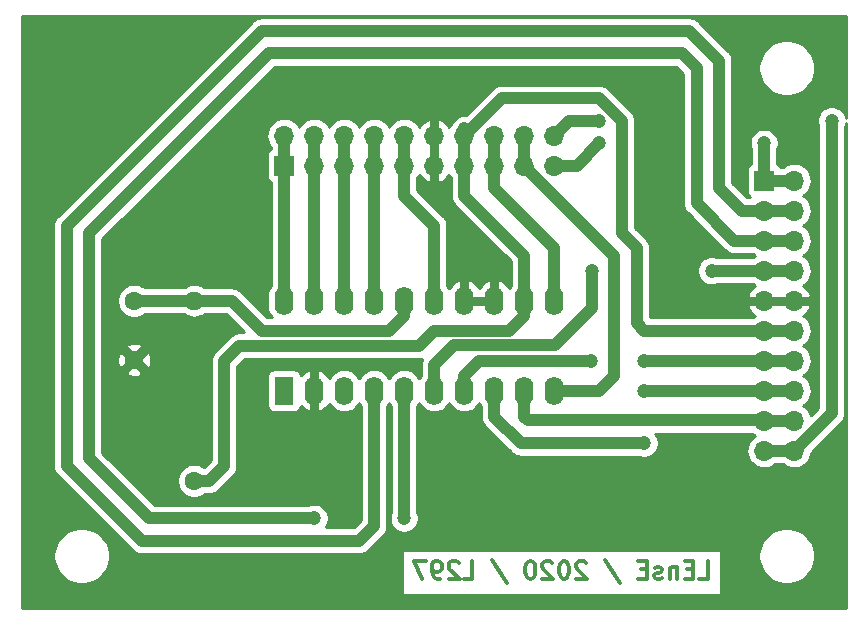
<source format=gbr>
%TF.GenerationSoftware,KiCad,Pcbnew,5.0.2-bee76a0~70~ubuntu18.04.1*%
%TF.CreationDate,2020-11-23T14:52:47+01:00*%
%TF.ProjectId,Carte_L298,43617274-655f-44c3-9239-382e6b696361,rev?*%
%TF.SameCoordinates,Original*%
%TF.FileFunction,Copper,L2,Bot*%
%TF.FilePolarity,Positive*%
%FSLAX46Y46*%
G04 Gerber Fmt 4.6, Leading zero omitted, Abs format (unit mm)*
G04 Created by KiCad (PCBNEW 5.0.2-bee76a0~70~ubuntu18.04.1) date lun. 23 nov. 2020 14:52:47 CET*
%MOMM*%
%LPD*%
G01*
G04 APERTURE LIST*
%TA.AperFunction,NonConductor*%
%ADD10C,0.300000*%
%TD*%
%TA.AperFunction,ComponentPad*%
%ADD11C,1.600000*%
%TD*%
%TA.AperFunction,ComponentPad*%
%ADD12O,1.600000X1.600000*%
%TD*%
%TA.AperFunction,ComponentPad*%
%ADD13R,1.700000X1.700000*%
%TD*%
%TA.AperFunction,ComponentPad*%
%ADD14O,1.700000X1.700000*%
%TD*%
%TA.AperFunction,ComponentPad*%
%ADD15R,1.600000X2.400000*%
%TD*%
%TA.AperFunction,ComponentPad*%
%ADD16O,1.600000X2.400000*%
%TD*%
%TA.AperFunction,ViaPad*%
%ADD17C,1.200000*%
%TD*%
%TA.AperFunction,Conductor*%
%ADD18C,1.000000*%
%TD*%
%TA.AperFunction,Conductor*%
%ADD19C,0.254000*%
%TD*%
G04 APERTURE END LIST*
D10*
X120862857Y-101643571D02*
X121577142Y-101643571D01*
X121577142Y-100143571D01*
X120362857Y-100857857D02*
X119862857Y-100857857D01*
X119648571Y-101643571D02*
X120362857Y-101643571D01*
X120362857Y-100143571D01*
X119648571Y-100143571D01*
X119005714Y-100643571D02*
X119005714Y-101643571D01*
X119005714Y-100786428D02*
X118934285Y-100715000D01*
X118791428Y-100643571D01*
X118577142Y-100643571D01*
X118434285Y-100715000D01*
X118362857Y-100857857D01*
X118362857Y-101643571D01*
X117720000Y-101572142D02*
X117577142Y-101643571D01*
X117291428Y-101643571D01*
X117148571Y-101572142D01*
X117077142Y-101429285D01*
X117077142Y-101357857D01*
X117148571Y-101215000D01*
X117291428Y-101143571D01*
X117505714Y-101143571D01*
X117648571Y-101072142D01*
X117720000Y-100929285D01*
X117720000Y-100857857D01*
X117648571Y-100715000D01*
X117505714Y-100643571D01*
X117291428Y-100643571D01*
X117148571Y-100715000D01*
X116434285Y-100857857D02*
X115934285Y-100857857D01*
X115720000Y-101643571D02*
X116434285Y-101643571D01*
X116434285Y-100143571D01*
X115720000Y-100143571D01*
X112862857Y-100072142D02*
X114148571Y-102000714D01*
X111291428Y-100286428D02*
X111220000Y-100215000D01*
X111077142Y-100143571D01*
X110720000Y-100143571D01*
X110577142Y-100215000D01*
X110505714Y-100286428D01*
X110434285Y-100429285D01*
X110434285Y-100572142D01*
X110505714Y-100786428D01*
X111362857Y-101643571D01*
X110434285Y-101643571D01*
X109505714Y-100143571D02*
X109362857Y-100143571D01*
X109220000Y-100215000D01*
X109148571Y-100286428D01*
X109077142Y-100429285D01*
X109005714Y-100715000D01*
X109005714Y-101072142D01*
X109077142Y-101357857D01*
X109148571Y-101500714D01*
X109220000Y-101572142D01*
X109362857Y-101643571D01*
X109505714Y-101643571D01*
X109648571Y-101572142D01*
X109720000Y-101500714D01*
X109791428Y-101357857D01*
X109862857Y-101072142D01*
X109862857Y-100715000D01*
X109791428Y-100429285D01*
X109720000Y-100286428D01*
X109648571Y-100215000D01*
X109505714Y-100143571D01*
X108434285Y-100286428D02*
X108362857Y-100215000D01*
X108220000Y-100143571D01*
X107862857Y-100143571D01*
X107720000Y-100215000D01*
X107648571Y-100286428D01*
X107577142Y-100429285D01*
X107577142Y-100572142D01*
X107648571Y-100786428D01*
X108505714Y-101643571D01*
X107577142Y-101643571D01*
X106648571Y-100143571D02*
X106505714Y-100143571D01*
X106362857Y-100215000D01*
X106291428Y-100286428D01*
X106220000Y-100429285D01*
X106148571Y-100715000D01*
X106148571Y-101072142D01*
X106220000Y-101357857D01*
X106291428Y-101500714D01*
X106362857Y-101572142D01*
X106505714Y-101643571D01*
X106648571Y-101643571D01*
X106791428Y-101572142D01*
X106862857Y-101500714D01*
X106934285Y-101357857D01*
X107005714Y-101072142D01*
X107005714Y-100715000D01*
X106934285Y-100429285D01*
X106862857Y-100286428D01*
X106791428Y-100215000D01*
X106648571Y-100143571D01*
X103291428Y-100072142D02*
X104577142Y-102000714D01*
X100934285Y-101643571D02*
X101648571Y-101643571D01*
X101648571Y-100143571D01*
X100505714Y-100286428D02*
X100434285Y-100215000D01*
X100291428Y-100143571D01*
X99934285Y-100143571D01*
X99791428Y-100215000D01*
X99720000Y-100286428D01*
X99648571Y-100429285D01*
X99648571Y-100572142D01*
X99720000Y-100786428D01*
X100577142Y-101643571D01*
X99648571Y-101643571D01*
X98934285Y-101643571D02*
X98648571Y-101643571D01*
X98505714Y-101572142D01*
X98434285Y-101500714D01*
X98291428Y-101286428D01*
X98220000Y-101000714D01*
X98220000Y-100429285D01*
X98291428Y-100286428D01*
X98362857Y-100215000D01*
X98505714Y-100143571D01*
X98791428Y-100143571D01*
X98934285Y-100215000D01*
X99005714Y-100286428D01*
X99077142Y-100429285D01*
X99077142Y-100786428D01*
X99005714Y-100929285D01*
X98934285Y-101000714D01*
X98791428Y-101072142D01*
X98505714Y-101072142D01*
X98362857Y-101000714D01*
X98291428Y-100929285D01*
X98220000Y-100786428D01*
X97720000Y-100143571D02*
X96720000Y-100143571D01*
X97362857Y-101643571D01*
D11*
%TO.P,R3,1*%
%TO.N,5V_C*%
X78105000Y-93345000D03*
D12*
%TO.P,R3,2*%
%TO.N,Net-(C1-Pad1)*%
X78105000Y-78105000D03*
%TD*%
D13*
%TO.P,J5,1*%
%TO.N,SenseA_C*%
X126365000Y-67945000D03*
D14*
%TO.P,J5,2*%
X128905000Y-67945000D03*
%TO.P,J5,3*%
%TO.N,IN1_C*%
X126365000Y-70485000D03*
%TO.P,J5,4*%
X128905000Y-70485000D03*
%TO.P,J5,5*%
%TO.N,EnA_C*%
X126365000Y-73025000D03*
%TO.P,J5,6*%
X128905000Y-73025000D03*
%TO.P,J5,7*%
%TO.N,IN2_C*%
X126365000Y-75565000D03*
%TO.P,J5,8*%
X128905000Y-75565000D03*
%TO.P,J5,9*%
%TO.N,GND_C*%
X126365000Y-78105000D03*
%TO.P,J5,10*%
X128905000Y-78105000D03*
%TO.P,J5,11*%
%TO.N,5V_C*%
X126365000Y-80645000D03*
%TO.P,J5,12*%
X128905000Y-80645000D03*
%TO.P,J5,13*%
%TO.N,IN3_C*%
X126365000Y-83185000D03*
%TO.P,J5,14*%
X128905000Y-83185000D03*
%TO.P,J5,15*%
%TO.N,EnB_C*%
X126365000Y-85725000D03*
%TO.P,J5,16*%
X128905000Y-85725000D03*
%TO.P,J5,17*%
%TO.N,IN4_C*%
X126365000Y-88265000D03*
%TO.P,J5,18*%
X128905000Y-88265000D03*
%TO.P,J5,19*%
%TO.N,SenseB_C*%
X126365000Y-90805000D03*
%TO.P,J5,20*%
X128905000Y-90805000D03*
%TD*%
%TO.P,J4,20*%
%TO.N,SenseB_C*%
X108585000Y-64135000D03*
%TO.P,J4,19*%
%TO.N,SenseA_C*%
X108585000Y-66675000D03*
%TO.P,J4,18*%
%TO.N,ENABLE*%
X106045000Y-64135000D03*
%TO.P,J4,17*%
X106045000Y-66675000D03*
%TO.P,J4,16*%
%TO.N,CONTROL*%
X103505000Y-64135000D03*
%TO.P,J4,15*%
X103505000Y-66675000D03*
%TO.P,J4,14*%
%TO.N,5V_C*%
X100965000Y-64135000D03*
%TO.P,J4,13*%
X100965000Y-66675000D03*
%TO.P,J4,12*%
%TO.N,GND_C*%
X98425000Y-64135000D03*
%TO.P,J4,11*%
X98425000Y-66675000D03*
%TO.P,J4,10*%
%TO.N,VREF_C*%
X95885000Y-64135000D03*
%TO.P,J4,9*%
X95885000Y-66675000D03*
%TO.P,J4,8*%
%TO.N,CW*%
X93345000Y-64135000D03*
%TO.P,J4,7*%
X93345000Y-66675000D03*
%TO.P,J4,6*%
%TO.N,CLOCK*%
X90805000Y-64135000D03*
%TO.P,J4,5*%
X90805000Y-66675000D03*
%TO.P,J4,4*%
%TO.N,HALF*%
X88265000Y-64135000D03*
%TO.P,J4,3*%
X88265000Y-66675000D03*
%TO.P,J4,2*%
%TO.N,RESET*%
X85725000Y-64135000D03*
D13*
%TO.P,J4,1*%
X85725000Y-66675000D03*
%TD*%
D15*
%TO.P,U2,1*%
%TO.N,Net-(U2-Pad1)*%
X85725000Y-85725000D03*
D16*
%TO.P,U2,11*%
%TO.N,CONTROL*%
X108585000Y-78105000D03*
%TO.P,U2,2*%
%TO.N,GND_C*%
X88265000Y-85725000D03*
%TO.P,U2,12*%
%TO.N,5V_C*%
X106045000Y-78105000D03*
%TO.P,U2,3*%
%TO.N,Net-(U2-Pad3)*%
X90805000Y-85725000D03*
%TO.P,U2,13*%
%TO.N,GND_C*%
X103505000Y-78105000D03*
%TO.P,U2,4*%
%TO.N,IN1_C*%
X93345000Y-85725000D03*
%TO.P,U2,14*%
%TO.N,GND_C*%
X100965000Y-78105000D03*
%TO.P,U2,5*%
%TO.N,EnA_C*%
X95885000Y-85725000D03*
%TO.P,U2,15*%
%TO.N,VREF_C*%
X98425000Y-78105000D03*
%TO.P,U2,6*%
%TO.N,IN2_C*%
X98425000Y-85725000D03*
%TO.P,U2,16*%
%TO.N,Net-(C1-Pad1)*%
X95885000Y-78105000D03*
%TO.P,U2,7*%
%TO.N,IN3_C*%
X100965000Y-85725000D03*
%TO.P,U2,17*%
%TO.N,CW*%
X93345000Y-78105000D03*
%TO.P,U2,8*%
%TO.N,EnB_C*%
X103505000Y-85725000D03*
%TO.P,U2,18*%
%TO.N,CLOCK*%
X90805000Y-78105000D03*
%TO.P,U2,9*%
%TO.N,IN4_C*%
X106045000Y-85725000D03*
%TO.P,U2,19*%
%TO.N,HALF*%
X88265000Y-78105000D03*
%TO.P,U2,10*%
%TO.N,ENABLE*%
X108585000Y-85725000D03*
%TO.P,U2,20*%
%TO.N,RESET*%
X85725000Y-78105000D03*
%TD*%
D11*
%TO.P,C1,1*%
%TO.N,Net-(C1-Pad1)*%
X73025000Y-78105000D03*
%TO.P,C1,2*%
%TO.N,GND_C*%
X73025000Y-83105000D03*
%TD*%
D17*
%TO.N,SenseB_C*%
X132080000Y-62865000D03*
X112395000Y-62865000D03*
%TO.N,SenseA_C*%
X126365000Y-64770004D03*
X112394996Y-64770004D03*
%TO.N,EnA_C*%
X88265000Y-96520000D03*
X95885000Y-96520000D03*
%TO.N,IN2_C*%
X111760000Y-75565000D03*
X121920000Y-75565000D03*
%TO.N,IN3_C*%
X116205000Y-83185000D03*
X111729990Y-83185000D03*
%TO.N,EnB_C*%
X116205000Y-90170000D03*
X116205004Y-85725000D03*
%TD*%
D18*
%TO.N,Net-(C1-Pad1)*%
X73025000Y-78105000D02*
X78105000Y-78105000D01*
X83820000Y-80645000D02*
X81280000Y-78105000D01*
X94615000Y-80645000D02*
X83820000Y-80645000D01*
X95885000Y-79375000D02*
X94615000Y-80645000D01*
X81280000Y-78105000D02*
X78105000Y-78105000D01*
X95885000Y-78105000D02*
X95885000Y-79375000D01*
%TO.N,SenseB_C*%
X128905000Y-90805000D02*
X126365000Y-90805000D01*
X109855000Y-62865000D02*
X112395000Y-62865000D01*
X132080000Y-87630000D02*
X132080000Y-62865000D01*
X108585000Y-64135000D02*
X109855000Y-62865000D01*
X128905000Y-90805000D02*
X132080000Y-87630000D01*
%TO.N,SenseA_C*%
X126365000Y-67945000D02*
X126365000Y-64770004D01*
X110490000Y-66675000D02*
X112394996Y-64770004D01*
X108585000Y-66675000D02*
X110490000Y-66675000D01*
X128905000Y-67945000D02*
X126365000Y-67945000D01*
%TO.N,ENABLE*%
X112395000Y-85725000D02*
X113665000Y-84455000D01*
X108585000Y-85725000D02*
X112395000Y-85725000D01*
X106045000Y-64135000D02*
X106045000Y-66040000D01*
X113665000Y-84455000D02*
X113665000Y-74295000D01*
X113665000Y-74295000D02*
X106045000Y-66675000D01*
X106045000Y-66040000D02*
X106045000Y-66675000D01*
%TO.N,CONTROL*%
X108585000Y-73660000D02*
X108585000Y-78105000D01*
X103505000Y-66675000D02*
X103505000Y-68580000D01*
X103505000Y-64135000D02*
X103505000Y-66675000D01*
X103505000Y-68580000D02*
X108585000Y-73660000D01*
%TO.N,5V_C*%
X115570000Y-73660000D02*
X115570000Y-80010000D01*
X112395000Y-60960000D02*
X114300000Y-62865000D01*
X100965000Y-64135000D02*
X100965000Y-66675000D01*
X116205000Y-80645000D02*
X126365000Y-80645000D01*
X97155000Y-81915000D02*
X98425000Y-80645000D01*
X106045000Y-74295000D02*
X106045000Y-78105000D01*
X81915000Y-81915000D02*
X97155000Y-81915000D01*
X100965000Y-69215000D02*
X106045000Y-74295000D01*
X114300000Y-62865000D02*
X114300000Y-72390000D01*
X78105000Y-93345000D02*
X79375000Y-93345000D01*
X100965000Y-64135000D02*
X104140000Y-60960000D01*
X128905000Y-80645000D02*
X126365000Y-80645000D01*
X79375000Y-93345000D02*
X80645000Y-92075000D01*
X104775000Y-80645000D02*
X106045000Y-79375000D01*
X106045000Y-79375000D02*
X106045000Y-78105000D01*
X114300000Y-72390000D02*
X115570000Y-73660000D01*
X100965000Y-64135000D02*
X100965000Y-63500000D01*
X100965000Y-66675000D02*
X100965000Y-69215000D01*
X115570000Y-80010000D02*
X116205000Y-80645000D01*
X80645000Y-83185000D02*
X81915000Y-81915000D01*
X98425000Y-80645000D02*
X104775000Y-80645000D01*
X80645000Y-92075000D02*
X80645000Y-83185000D01*
X104140000Y-60960000D02*
X112395000Y-60960000D01*
%TO.N,VREF_C*%
X95885000Y-64135000D02*
X95885000Y-66675000D01*
X98425000Y-78105000D02*
X98425000Y-71755000D01*
X95885000Y-69215000D02*
X95885000Y-66675000D01*
X98425000Y-71755000D02*
X95885000Y-69215000D01*
%TO.N,CW*%
X93345000Y-78105000D02*
X93345000Y-66675000D01*
X93345000Y-66675000D02*
X93345000Y-64135000D01*
%TO.N,CLOCK*%
X90805000Y-78105000D02*
X90805000Y-66675000D01*
X90805000Y-64135000D02*
X90805000Y-66675000D01*
%TO.N,HALF*%
X88265000Y-64135000D02*
X88265000Y-66675000D01*
X88265000Y-78105000D02*
X88265000Y-66675000D01*
%TO.N,RESET*%
X85725000Y-78105000D02*
X85725000Y-66675000D01*
X85725000Y-64135000D02*
X85725000Y-66675000D01*
%TO.N,IN1_C*%
X67310000Y-92075000D02*
X73660000Y-98425000D01*
X67310000Y-71755000D02*
X67310000Y-92075000D01*
X128905000Y-70485000D02*
X126365000Y-70485000D01*
X122555000Y-68580000D02*
X122555000Y-57785000D01*
X126365000Y-70485000D02*
X124460000Y-70485000D01*
X93345000Y-97155000D02*
X93345000Y-85725000D01*
X73660000Y-98425000D02*
X92075000Y-98425000D01*
X120015000Y-55245000D02*
X83820000Y-55245000D01*
X122555000Y-57785000D02*
X120015000Y-55245000D01*
X124460000Y-70485000D02*
X122555000Y-68580000D01*
X83820000Y-55245000D02*
X67310000Y-71755000D01*
X92075000Y-98425000D02*
X93345000Y-97155000D01*
%TO.N,EnA_C*%
X119380000Y-57150000D02*
X84455000Y-57150000D01*
X123825000Y-73025000D02*
X120650000Y-69850000D01*
X120650000Y-58420000D02*
X119380000Y-57150000D01*
X126365000Y-73025000D02*
X123825000Y-73025000D01*
X120650000Y-69850000D02*
X120650000Y-58420000D01*
X74295000Y-96520000D02*
X88265000Y-96520000D01*
X84455000Y-57150000D02*
X69215000Y-72390000D01*
X69215000Y-72390000D02*
X69215000Y-91440000D01*
X128905000Y-73025000D02*
X126365000Y-73025000D01*
X69215000Y-91440000D02*
X74295000Y-96520000D01*
X95885000Y-96520000D02*
X95885000Y-85725000D01*
%TO.N,IN2_C*%
X98425000Y-83525000D02*
X100104989Y-81845011D01*
X108654989Y-81845011D02*
X111760000Y-78740000D01*
X111760000Y-78740000D02*
X111760000Y-75565000D01*
X128905000Y-75565000D02*
X126365000Y-75565000D01*
X126365000Y-75565000D02*
X121920000Y-75565000D01*
X98425000Y-85725000D02*
X98425000Y-83525000D01*
X100104989Y-81845011D02*
X108654989Y-81845011D01*
%TO.N,IN3_C*%
X128905000Y-83185000D02*
X126365000Y-83185000D01*
X126365000Y-83185000D02*
X116205000Y-83185000D01*
X100965000Y-85725000D02*
X100965000Y-84455000D01*
X102235000Y-83185000D02*
X111729990Y-83185000D01*
X100965000Y-84455000D02*
X102235000Y-83185000D01*
%TO.N,EnB_C*%
X103505000Y-87925000D02*
X105750000Y-90170000D01*
X128905000Y-85725000D02*
X126365000Y-85725000D01*
X126365000Y-85725000D02*
X116205004Y-85725000D01*
X103505000Y-85725000D02*
X103505000Y-87925000D01*
X105750000Y-90170000D02*
X116205000Y-90170000D01*
%TO.N,IN4_C*%
X106045000Y-85725000D02*
X106045000Y-87925000D01*
X106045000Y-87925000D02*
X106354998Y-88234998D01*
X106354998Y-88234998D02*
X126334998Y-88234998D01*
X128905000Y-88265000D02*
X126365000Y-88265000D01*
X126334998Y-88234998D02*
X126365000Y-88265000D01*
%TD*%
D19*
%TO.N,GND_C*%
G36*
X133300001Y-62667957D02*
X133267540Y-62504764D01*
X133174443Y-62280008D01*
X133039287Y-62077733D01*
X132867267Y-61905713D01*
X132664992Y-61770557D01*
X132440236Y-61677460D01*
X132201637Y-61630000D01*
X131958363Y-61630000D01*
X131719764Y-61677460D01*
X131495008Y-61770557D01*
X131292733Y-61905713D01*
X131120713Y-62077733D01*
X130985557Y-62280008D01*
X130892460Y-62504764D01*
X130845000Y-62743363D01*
X130845000Y-62986637D01*
X130892460Y-63225236D01*
X130945001Y-63352081D01*
X130945000Y-87159868D01*
X130313228Y-87791640D01*
X130283599Y-87693966D01*
X130145706Y-87435986D01*
X129960134Y-87209866D01*
X129734014Y-87024294D01*
X129679209Y-86995000D01*
X129734014Y-86965706D01*
X129960134Y-86780134D01*
X130145706Y-86554014D01*
X130283599Y-86296034D01*
X130368513Y-86016111D01*
X130397185Y-85725000D01*
X130368513Y-85433889D01*
X130283599Y-85153966D01*
X130145706Y-84895986D01*
X129960134Y-84669866D01*
X129734014Y-84484294D01*
X129679209Y-84455000D01*
X129734014Y-84425706D01*
X129960134Y-84240134D01*
X130145706Y-84014014D01*
X130283599Y-83756034D01*
X130368513Y-83476111D01*
X130397185Y-83185000D01*
X130368513Y-82893889D01*
X130283599Y-82613966D01*
X130145706Y-82355986D01*
X129960134Y-82129866D01*
X129734014Y-81944294D01*
X129679209Y-81915000D01*
X129734014Y-81885706D01*
X129960134Y-81700134D01*
X130145706Y-81474014D01*
X130283599Y-81216034D01*
X130368513Y-80936111D01*
X130397185Y-80645000D01*
X130368513Y-80353889D01*
X130283599Y-80073966D01*
X130145706Y-79815986D01*
X129960134Y-79589866D01*
X129734014Y-79404294D01*
X129675665Y-79373106D01*
X129900462Y-79206958D01*
X130096316Y-78991579D01*
X130246388Y-78742129D01*
X130304012Y-78602985D01*
X130202848Y-78378000D01*
X129178000Y-78378000D01*
X129178000Y-78398000D01*
X128632000Y-78398000D01*
X128632000Y-78378000D01*
X126638000Y-78378000D01*
X126638000Y-78398000D01*
X126092000Y-78398000D01*
X126092000Y-78378000D01*
X125067152Y-78378000D01*
X124965988Y-78602985D01*
X125023612Y-78742129D01*
X125173684Y-78991579D01*
X125369538Y-79206958D01*
X125594335Y-79373106D01*
X125535986Y-79404294D01*
X125407183Y-79510000D01*
X116705000Y-79510000D01*
X116705000Y-73715743D01*
X116710490Y-73659999D01*
X116705000Y-73604255D01*
X116705000Y-73604248D01*
X116688577Y-73437501D01*
X116623676Y-73223553D01*
X116518284Y-73026377D01*
X116376449Y-72853551D01*
X116333140Y-72818008D01*
X115435000Y-71919869D01*
X115435000Y-62920752D01*
X115440491Y-62865000D01*
X115418577Y-62642501D01*
X115353676Y-62428553D01*
X115248284Y-62231377D01*
X115106449Y-62058551D01*
X115063141Y-62023009D01*
X113236996Y-60196865D01*
X113201449Y-60153551D01*
X113028623Y-60011716D01*
X112831447Y-59906324D01*
X112617499Y-59841423D01*
X112450752Y-59825000D01*
X112450751Y-59825000D01*
X112395000Y-59819509D01*
X112339249Y-59825000D01*
X104195751Y-59825000D01*
X104139999Y-59819509D01*
X104084248Y-59825000D01*
X103917501Y-59841423D01*
X103703553Y-59906324D01*
X103506377Y-60011716D01*
X103333551Y-60153551D01*
X103298009Y-60196859D01*
X101120085Y-62374783D01*
X100965000Y-62359509D01*
X100742502Y-62381423D01*
X100528554Y-62446324D01*
X100331378Y-62551716D01*
X100158552Y-62693551D01*
X100016717Y-62866377D01*
X99911324Y-63063553D01*
X99904329Y-63086613D01*
X99724294Y-63305986D01*
X99693106Y-63364335D01*
X99526958Y-63139538D01*
X99311579Y-62943684D01*
X99062129Y-62793612D01*
X98922985Y-62735988D01*
X98698000Y-62837152D01*
X98698000Y-63862000D01*
X98718000Y-63862000D01*
X98718000Y-64408000D01*
X98698000Y-64408000D01*
X98698000Y-66402000D01*
X98718000Y-66402000D01*
X98718000Y-66948000D01*
X98698000Y-66948000D01*
X98698000Y-67972848D01*
X98922985Y-68074012D01*
X99062129Y-68016388D01*
X99311579Y-67866316D01*
X99526958Y-67670462D01*
X99693106Y-67445665D01*
X99724294Y-67504014D01*
X99830000Y-67632818D01*
X99830001Y-69159239D01*
X99824509Y-69215000D01*
X99846423Y-69437498D01*
X99911324Y-69651446D01*
X99948959Y-69721856D01*
X100016717Y-69848623D01*
X100158552Y-70021449D01*
X100201860Y-70056991D01*
X104910000Y-74765132D01*
X104910001Y-76825998D01*
X104846068Y-76903900D01*
X104782992Y-77021908D01*
X104653791Y-76816017D01*
X104458285Y-76608981D01*
X104226145Y-76444064D01*
X103995023Y-76356259D01*
X103778000Y-76458290D01*
X103778000Y-77832000D01*
X103798000Y-77832000D01*
X103798000Y-78378000D01*
X103778000Y-78378000D01*
X103778000Y-78398000D01*
X103232000Y-78398000D01*
X103232000Y-78378000D01*
X101238000Y-78378000D01*
X101238000Y-78398000D01*
X100692000Y-78398000D01*
X100692000Y-78378000D01*
X100672000Y-78378000D01*
X100672000Y-77832000D01*
X100692000Y-77832000D01*
X100692000Y-76458290D01*
X101238000Y-76458290D01*
X101238000Y-77832000D01*
X103232000Y-77832000D01*
X103232000Y-76458290D01*
X103014977Y-76356259D01*
X102783855Y-76444064D01*
X102551715Y-76608981D01*
X102356209Y-76816017D01*
X102235000Y-77009172D01*
X102113791Y-76816017D01*
X101918285Y-76608981D01*
X101686145Y-76444064D01*
X101455023Y-76356259D01*
X101238000Y-76458290D01*
X100692000Y-76458290D01*
X100474977Y-76356259D01*
X100243855Y-76444064D01*
X100011715Y-76608981D01*
X99816209Y-76816017D01*
X99687009Y-77021907D01*
X99623932Y-76903899D01*
X99560000Y-76825998D01*
X99560000Y-71810741D01*
X99565490Y-71754999D01*
X99560000Y-71699257D01*
X99560000Y-71699248D01*
X99543577Y-71532501D01*
X99478676Y-71318553D01*
X99373284Y-71121377D01*
X99231449Y-70948551D01*
X99188141Y-70913009D01*
X97020000Y-68744869D01*
X97020000Y-67632817D01*
X97125706Y-67504014D01*
X97156894Y-67445665D01*
X97323042Y-67670462D01*
X97538421Y-67866316D01*
X97787871Y-68016388D01*
X97927015Y-68074012D01*
X98152000Y-67972848D01*
X98152000Y-66948000D01*
X98132000Y-66948000D01*
X98132000Y-66402000D01*
X98152000Y-66402000D01*
X98152000Y-64408000D01*
X98132000Y-64408000D01*
X98132000Y-63862000D01*
X98152000Y-63862000D01*
X98152000Y-62837152D01*
X97927015Y-62735988D01*
X97787871Y-62793612D01*
X97538421Y-62943684D01*
X97323042Y-63139538D01*
X97156894Y-63364335D01*
X97125706Y-63305986D01*
X96940134Y-63079866D01*
X96714014Y-62894294D01*
X96456034Y-62756401D01*
X96176111Y-62671487D01*
X95957950Y-62650000D01*
X95812050Y-62650000D01*
X95593889Y-62671487D01*
X95313966Y-62756401D01*
X95055986Y-62894294D01*
X94829866Y-63079866D01*
X94644294Y-63305986D01*
X94615000Y-63360791D01*
X94585706Y-63305986D01*
X94400134Y-63079866D01*
X94174014Y-62894294D01*
X93916034Y-62756401D01*
X93636111Y-62671487D01*
X93417950Y-62650000D01*
X93272050Y-62650000D01*
X93053889Y-62671487D01*
X92773966Y-62756401D01*
X92515986Y-62894294D01*
X92289866Y-63079866D01*
X92104294Y-63305986D01*
X92075000Y-63360791D01*
X92045706Y-63305986D01*
X91860134Y-63079866D01*
X91634014Y-62894294D01*
X91376034Y-62756401D01*
X91096111Y-62671487D01*
X90877950Y-62650000D01*
X90732050Y-62650000D01*
X90513889Y-62671487D01*
X90233966Y-62756401D01*
X89975986Y-62894294D01*
X89749866Y-63079866D01*
X89564294Y-63305986D01*
X89535000Y-63360791D01*
X89505706Y-63305986D01*
X89320134Y-63079866D01*
X89094014Y-62894294D01*
X88836034Y-62756401D01*
X88556111Y-62671487D01*
X88337950Y-62650000D01*
X88192050Y-62650000D01*
X87973889Y-62671487D01*
X87693966Y-62756401D01*
X87435986Y-62894294D01*
X87209866Y-63079866D01*
X87024294Y-63305986D01*
X86995000Y-63360791D01*
X86965706Y-63305986D01*
X86780134Y-63079866D01*
X86554014Y-62894294D01*
X86296034Y-62756401D01*
X86016111Y-62671487D01*
X85797950Y-62650000D01*
X85652050Y-62650000D01*
X85433889Y-62671487D01*
X85153966Y-62756401D01*
X84895986Y-62894294D01*
X84669866Y-63079866D01*
X84484294Y-63305986D01*
X84346401Y-63563966D01*
X84261487Y-63843889D01*
X84232815Y-64135000D01*
X84261487Y-64426111D01*
X84346401Y-64706034D01*
X84484294Y-64964014D01*
X84590000Y-65092818D01*
X84590000Y-65257317D01*
X84520506Y-65294463D01*
X84423815Y-65373815D01*
X84344463Y-65470506D01*
X84285498Y-65580820D01*
X84249188Y-65700518D01*
X84236928Y-65825000D01*
X84236928Y-67525000D01*
X84249188Y-67649482D01*
X84285498Y-67769180D01*
X84344463Y-67879494D01*
X84423815Y-67976185D01*
X84520506Y-68055537D01*
X84590001Y-68092683D01*
X84590000Y-76825998D01*
X84526068Y-76903900D01*
X84392818Y-77153193D01*
X84310764Y-77423692D01*
X84290000Y-77634509D01*
X84290000Y-78575492D01*
X84310764Y-78786309D01*
X84392818Y-79056808D01*
X84526068Y-79306101D01*
X84693404Y-79510000D01*
X84290132Y-79510000D01*
X82121996Y-77341865D01*
X82086449Y-77298551D01*
X81913623Y-77156716D01*
X81716447Y-77051324D01*
X81502499Y-76986423D01*
X81335752Y-76970000D01*
X81335751Y-76970000D01*
X81280000Y-76964509D01*
X81224249Y-76970000D01*
X78984002Y-76970000D01*
X78906101Y-76906068D01*
X78656808Y-76772818D01*
X78386309Y-76690764D01*
X78175492Y-76670000D01*
X78034508Y-76670000D01*
X77823691Y-76690764D01*
X77553192Y-76772818D01*
X77303899Y-76906068D01*
X77225998Y-76970000D01*
X73909284Y-76970000D01*
X73704727Y-76833320D01*
X73443574Y-76725147D01*
X73166335Y-76670000D01*
X72883665Y-76670000D01*
X72606426Y-76725147D01*
X72345273Y-76833320D01*
X72110241Y-76990363D01*
X71910363Y-77190241D01*
X71753320Y-77425273D01*
X71645147Y-77686426D01*
X71590000Y-77963665D01*
X71590000Y-78246335D01*
X71645147Y-78523574D01*
X71753320Y-78784727D01*
X71910363Y-79019759D01*
X72110241Y-79219637D01*
X72345273Y-79376680D01*
X72606426Y-79484853D01*
X72883665Y-79540000D01*
X73166335Y-79540000D01*
X73443574Y-79484853D01*
X73704727Y-79376680D01*
X73909284Y-79240000D01*
X77225998Y-79240000D01*
X77303899Y-79303932D01*
X77553192Y-79437182D01*
X77823691Y-79519236D01*
X78034508Y-79540000D01*
X78175492Y-79540000D01*
X78386309Y-79519236D01*
X78656808Y-79437182D01*
X78906101Y-79303932D01*
X78984002Y-79240000D01*
X80809869Y-79240000D01*
X82349868Y-80780000D01*
X81970743Y-80780000D01*
X81914999Y-80774510D01*
X81859255Y-80780000D01*
X81859248Y-80780000D01*
X81713493Y-80794356D01*
X81692500Y-80796423D01*
X81642705Y-80811529D01*
X81478553Y-80861324D01*
X81281377Y-80966716D01*
X81108551Y-81108551D01*
X81073011Y-81151857D01*
X79881860Y-82343009D01*
X79838552Y-82378551D01*
X79696717Y-82551377D01*
X79666369Y-82608155D01*
X79591324Y-82748554D01*
X79526423Y-82962502D01*
X79504509Y-83185000D01*
X79510001Y-83240761D01*
X79510000Y-91604868D01*
X78938680Y-92176188D01*
X78784727Y-92073320D01*
X78523574Y-91965147D01*
X78246335Y-91910000D01*
X77963665Y-91910000D01*
X77686426Y-91965147D01*
X77425273Y-92073320D01*
X77190241Y-92230363D01*
X76990363Y-92430241D01*
X76833320Y-92665273D01*
X76725147Y-92926426D01*
X76670000Y-93203665D01*
X76670000Y-93486335D01*
X76725147Y-93763574D01*
X76833320Y-94024727D01*
X76990363Y-94259759D01*
X77190241Y-94459637D01*
X77425273Y-94616680D01*
X77686426Y-94724853D01*
X77963665Y-94780000D01*
X78246335Y-94780000D01*
X78523574Y-94724853D01*
X78784727Y-94616680D01*
X78989284Y-94480000D01*
X79319249Y-94480000D01*
X79375000Y-94485491D01*
X79430751Y-94480000D01*
X79430752Y-94480000D01*
X79597499Y-94463577D01*
X79811447Y-94398676D01*
X80008623Y-94293284D01*
X80181449Y-94151449D01*
X80216996Y-94108135D01*
X81408140Y-92916992D01*
X81451449Y-92881449D01*
X81593284Y-92708623D01*
X81698676Y-92511447D01*
X81763577Y-92297499D01*
X81780000Y-92130752D01*
X81780000Y-92130745D01*
X81785490Y-92075001D01*
X81780000Y-92019257D01*
X81780000Y-84525000D01*
X84286928Y-84525000D01*
X84286928Y-86925000D01*
X84299188Y-87049482D01*
X84335498Y-87169180D01*
X84394463Y-87279494D01*
X84473815Y-87376185D01*
X84570506Y-87455537D01*
X84680820Y-87514502D01*
X84800518Y-87550812D01*
X84925000Y-87563072D01*
X86525000Y-87563072D01*
X86649482Y-87550812D01*
X86769180Y-87514502D01*
X86879494Y-87455537D01*
X86976185Y-87376185D01*
X87055537Y-87279494D01*
X87114502Y-87169180D01*
X87150549Y-87050348D01*
X87311715Y-87221019D01*
X87543855Y-87385936D01*
X87774977Y-87473741D01*
X87992000Y-87371710D01*
X87992000Y-85998000D01*
X87972000Y-85998000D01*
X87972000Y-85452000D01*
X87992000Y-85452000D01*
X87992000Y-84078290D01*
X87774977Y-83976259D01*
X87543855Y-84064064D01*
X87311715Y-84228981D01*
X87150549Y-84399652D01*
X87114502Y-84280820D01*
X87055537Y-84170506D01*
X86976185Y-84073815D01*
X86879494Y-83994463D01*
X86769180Y-83935498D01*
X86649482Y-83899188D01*
X86525000Y-83886928D01*
X84925000Y-83886928D01*
X84800518Y-83899188D01*
X84680820Y-83935498D01*
X84570506Y-83994463D01*
X84473815Y-84073815D01*
X84394463Y-84170506D01*
X84335498Y-84280820D01*
X84299188Y-84400518D01*
X84286928Y-84525000D01*
X81780000Y-84525000D01*
X81780000Y-83655131D01*
X82385132Y-83050000D01*
X97099249Y-83050000D01*
X97155000Y-83055491D01*
X97210751Y-83050000D01*
X97210752Y-83050000D01*
X97377499Y-83033577D01*
X97405202Y-83025173D01*
X97371324Y-83088554D01*
X97306423Y-83302502D01*
X97284509Y-83525000D01*
X97290001Y-83580761D01*
X97290001Y-84445998D01*
X97226068Y-84523900D01*
X97155000Y-84656858D01*
X97083932Y-84523899D01*
X96904607Y-84305392D01*
X96686100Y-84126068D01*
X96436807Y-83992818D01*
X96166308Y-83910764D01*
X95885000Y-83883057D01*
X95603691Y-83910764D01*
X95333192Y-83992818D01*
X95083899Y-84126068D01*
X94865392Y-84305393D01*
X94686068Y-84523900D01*
X94615000Y-84656858D01*
X94543932Y-84523899D01*
X94364607Y-84305392D01*
X94146100Y-84126068D01*
X93896807Y-83992818D01*
X93626308Y-83910764D01*
X93345000Y-83883057D01*
X93063691Y-83910764D01*
X92793192Y-83992818D01*
X92543899Y-84126068D01*
X92325392Y-84305393D01*
X92146068Y-84523900D01*
X92075000Y-84656858D01*
X92003932Y-84523899D01*
X91824607Y-84305392D01*
X91606100Y-84126068D01*
X91356807Y-83992818D01*
X91086308Y-83910764D01*
X90805000Y-83883057D01*
X90523691Y-83910764D01*
X90253192Y-83992818D01*
X90003899Y-84126068D01*
X89785392Y-84305393D01*
X89606068Y-84523900D01*
X89542992Y-84641908D01*
X89413791Y-84436017D01*
X89218285Y-84228981D01*
X88986145Y-84064064D01*
X88755023Y-83976259D01*
X88538000Y-84078290D01*
X88538000Y-85452000D01*
X88558000Y-85452000D01*
X88558000Y-85998000D01*
X88538000Y-85998000D01*
X88538000Y-87371710D01*
X88755023Y-87473741D01*
X88986145Y-87385936D01*
X89218285Y-87221019D01*
X89413791Y-87013983D01*
X89542991Y-86808093D01*
X89606068Y-86926101D01*
X89785393Y-87144608D01*
X90003900Y-87323932D01*
X90253193Y-87457182D01*
X90523692Y-87539236D01*
X90805000Y-87566943D01*
X91086309Y-87539236D01*
X91356808Y-87457182D01*
X91606101Y-87323932D01*
X91824608Y-87144608D01*
X92003932Y-86926101D01*
X92075000Y-86793142D01*
X92146068Y-86926101D01*
X92210001Y-87004003D01*
X92210000Y-96684868D01*
X91604869Y-97290000D01*
X89235824Y-97290000D01*
X89359443Y-97104992D01*
X89452540Y-96880236D01*
X89500000Y-96641637D01*
X89500000Y-96398363D01*
X89452540Y-96159764D01*
X89359443Y-95935008D01*
X89224287Y-95732733D01*
X89052267Y-95560713D01*
X88849992Y-95425557D01*
X88625236Y-95332460D01*
X88386637Y-95285000D01*
X88143363Y-95285000D01*
X87904764Y-95332460D01*
X87777921Y-95385000D01*
X74765132Y-95385000D01*
X70350000Y-90969869D01*
X70350000Y-84184622D01*
X72331458Y-84184622D01*
X72413638Y-84410924D01*
X72680157Y-84505102D01*
X72959930Y-84545475D01*
X73242203Y-84530491D01*
X73516129Y-84460727D01*
X73636362Y-84410924D01*
X73718542Y-84184622D01*
X73025000Y-83491080D01*
X72331458Y-84184622D01*
X70350000Y-84184622D01*
X70350000Y-83039930D01*
X71584525Y-83039930D01*
X71599509Y-83322203D01*
X71669273Y-83596129D01*
X71719076Y-83716362D01*
X71945378Y-83798542D01*
X72638920Y-83105000D01*
X73411080Y-83105000D01*
X74104622Y-83798542D01*
X74330924Y-83716362D01*
X74425102Y-83449843D01*
X74465475Y-83170070D01*
X74450491Y-82887797D01*
X74380727Y-82613871D01*
X74330924Y-82493638D01*
X74104622Y-82411458D01*
X73411080Y-83105000D01*
X72638920Y-83105000D01*
X71945378Y-82411458D01*
X71719076Y-82493638D01*
X71624898Y-82760157D01*
X71584525Y-83039930D01*
X70350000Y-83039930D01*
X70350000Y-82025378D01*
X72331458Y-82025378D01*
X73025000Y-82718920D01*
X73718542Y-82025378D01*
X73636362Y-81799076D01*
X73369843Y-81704898D01*
X73090070Y-81664525D01*
X72807797Y-81679509D01*
X72533871Y-81749273D01*
X72413638Y-81799076D01*
X72331458Y-82025378D01*
X70350000Y-82025378D01*
X70350000Y-72860131D01*
X84925133Y-58285000D01*
X118909869Y-58285000D01*
X119515001Y-58890133D01*
X119515000Y-69794248D01*
X119509509Y-69850000D01*
X119515000Y-69905751D01*
X119531423Y-70072498D01*
X119596324Y-70286446D01*
X119701716Y-70483623D01*
X119843551Y-70656449D01*
X119886865Y-70691996D01*
X122983009Y-73788141D01*
X123018551Y-73831449D01*
X123191377Y-73973284D01*
X123377000Y-74072501D01*
X123388553Y-74078676D01*
X123602501Y-74143577D01*
X123824999Y-74165491D01*
X123880751Y-74160000D01*
X125407183Y-74160000D01*
X125535986Y-74265706D01*
X125590791Y-74295000D01*
X125535986Y-74324294D01*
X125407183Y-74430000D01*
X122407079Y-74430000D01*
X122280236Y-74377460D01*
X122041637Y-74330000D01*
X121798363Y-74330000D01*
X121559764Y-74377460D01*
X121335008Y-74470557D01*
X121132733Y-74605713D01*
X120960713Y-74777733D01*
X120825557Y-74980008D01*
X120732460Y-75204764D01*
X120685000Y-75443363D01*
X120685000Y-75686637D01*
X120732460Y-75925236D01*
X120825557Y-76149992D01*
X120960713Y-76352267D01*
X121132733Y-76524287D01*
X121335008Y-76659443D01*
X121559764Y-76752540D01*
X121798363Y-76800000D01*
X122041637Y-76800000D01*
X122280236Y-76752540D01*
X122407079Y-76700000D01*
X125407183Y-76700000D01*
X125535986Y-76805706D01*
X125594335Y-76836894D01*
X125369538Y-77003042D01*
X125173684Y-77218421D01*
X125023612Y-77467871D01*
X124965988Y-77607015D01*
X125067152Y-77832000D01*
X126092000Y-77832000D01*
X126092000Y-77812000D01*
X126638000Y-77812000D01*
X126638000Y-77832000D01*
X128632000Y-77832000D01*
X128632000Y-77812000D01*
X129178000Y-77812000D01*
X129178000Y-77832000D01*
X130202848Y-77832000D01*
X130304012Y-77607015D01*
X130246388Y-77467871D01*
X130096316Y-77218421D01*
X129900462Y-77003042D01*
X129675665Y-76836894D01*
X129734014Y-76805706D01*
X129960134Y-76620134D01*
X130145706Y-76394014D01*
X130283599Y-76136034D01*
X130368513Y-75856111D01*
X130397185Y-75565000D01*
X130368513Y-75273889D01*
X130283599Y-74993966D01*
X130145706Y-74735986D01*
X129960134Y-74509866D01*
X129734014Y-74324294D01*
X129679209Y-74295000D01*
X129734014Y-74265706D01*
X129960134Y-74080134D01*
X130145706Y-73854014D01*
X130283599Y-73596034D01*
X130368513Y-73316111D01*
X130397185Y-73025000D01*
X130368513Y-72733889D01*
X130283599Y-72453966D01*
X130145706Y-72195986D01*
X129960134Y-71969866D01*
X129734014Y-71784294D01*
X129679209Y-71755000D01*
X129734014Y-71725706D01*
X129960134Y-71540134D01*
X130145706Y-71314014D01*
X130283599Y-71056034D01*
X130368513Y-70776111D01*
X130397185Y-70485000D01*
X130368513Y-70193889D01*
X130283599Y-69913966D01*
X130145706Y-69655986D01*
X129960134Y-69429866D01*
X129734014Y-69244294D01*
X129679209Y-69215000D01*
X129734014Y-69185706D01*
X129960134Y-69000134D01*
X130145706Y-68774014D01*
X130283599Y-68516034D01*
X130368513Y-68236111D01*
X130397185Y-67945000D01*
X130368513Y-67653889D01*
X130283599Y-67373966D01*
X130145706Y-67115986D01*
X129960134Y-66889866D01*
X129734014Y-66704294D01*
X129476034Y-66566401D01*
X129196111Y-66481487D01*
X128977950Y-66460000D01*
X128832050Y-66460000D01*
X128613889Y-66481487D01*
X128333966Y-66566401D01*
X128075986Y-66704294D01*
X127947183Y-66810000D01*
X127782683Y-66810000D01*
X127745537Y-66740506D01*
X127666185Y-66643815D01*
X127569494Y-66564463D01*
X127500000Y-66527317D01*
X127500000Y-65257083D01*
X127552540Y-65130240D01*
X127600000Y-64891641D01*
X127600000Y-64648367D01*
X127552540Y-64409768D01*
X127459443Y-64185012D01*
X127324287Y-63982737D01*
X127152267Y-63810717D01*
X126949992Y-63675561D01*
X126725236Y-63582464D01*
X126486637Y-63535004D01*
X126243363Y-63535004D01*
X126004764Y-63582464D01*
X125780008Y-63675561D01*
X125577733Y-63810717D01*
X125405713Y-63982737D01*
X125270557Y-64185012D01*
X125177460Y-64409768D01*
X125130000Y-64648367D01*
X125130000Y-64891641D01*
X125177460Y-65130240D01*
X125230001Y-65257085D01*
X125230000Y-66527317D01*
X125160506Y-66564463D01*
X125063815Y-66643815D01*
X124984463Y-66740506D01*
X124925498Y-66850820D01*
X124889188Y-66970518D01*
X124876928Y-67095000D01*
X124876928Y-68795000D01*
X124889188Y-68919482D01*
X124925498Y-69039180D01*
X124984463Y-69149494D01*
X125063815Y-69246185D01*
X125160506Y-69325537D01*
X125206272Y-69350000D01*
X124930132Y-69350000D01*
X123690000Y-68109869D01*
X123690000Y-58185098D01*
X125885000Y-58185098D01*
X125885000Y-58654902D01*
X125976654Y-59115679D01*
X126156440Y-59549721D01*
X126417450Y-59940349D01*
X126749651Y-60272550D01*
X127140279Y-60533560D01*
X127574321Y-60713346D01*
X128035098Y-60805000D01*
X128504902Y-60805000D01*
X128965679Y-60713346D01*
X129399721Y-60533560D01*
X129790349Y-60272550D01*
X130122550Y-59940349D01*
X130383560Y-59549721D01*
X130563346Y-59115679D01*
X130655000Y-58654902D01*
X130655000Y-58185098D01*
X130563346Y-57724321D01*
X130383560Y-57290279D01*
X130122550Y-56899651D01*
X129790349Y-56567450D01*
X129399721Y-56306440D01*
X128965679Y-56126654D01*
X128504902Y-56035000D01*
X128035098Y-56035000D01*
X127574321Y-56126654D01*
X127140279Y-56306440D01*
X126749651Y-56567450D01*
X126417450Y-56899651D01*
X126156440Y-57290279D01*
X125976654Y-57724321D01*
X125885000Y-58185098D01*
X123690000Y-58185098D01*
X123690000Y-57840741D01*
X123695490Y-57784999D01*
X123690000Y-57729257D01*
X123690000Y-57729248D01*
X123673577Y-57562501D01*
X123608676Y-57348553D01*
X123503284Y-57151377D01*
X123361449Y-56978551D01*
X123318141Y-56943009D01*
X120856996Y-54481865D01*
X120821449Y-54438551D01*
X120648623Y-54296716D01*
X120451447Y-54191324D01*
X120237499Y-54126423D01*
X120070752Y-54110000D01*
X120070751Y-54110000D01*
X120015000Y-54104509D01*
X119959249Y-54110000D01*
X83875751Y-54110000D01*
X83820000Y-54104509D01*
X83764248Y-54110000D01*
X83597501Y-54126423D01*
X83383553Y-54191324D01*
X83186377Y-54296716D01*
X83013551Y-54438551D01*
X82978009Y-54481859D01*
X66546865Y-70913004D01*
X66503551Y-70948551D01*
X66361716Y-71121377D01*
X66293229Y-71249509D01*
X66256324Y-71318554D01*
X66191423Y-71532502D01*
X66169509Y-71755000D01*
X66175000Y-71810751D01*
X66175001Y-92019238D01*
X66169509Y-92075000D01*
X66191423Y-92297498D01*
X66256324Y-92511446D01*
X66293960Y-92581857D01*
X66361717Y-92708623D01*
X66503552Y-92881449D01*
X66546860Y-92916991D01*
X72818009Y-99188141D01*
X72853551Y-99231449D01*
X73026377Y-99373284D01*
X73223553Y-99478676D01*
X73387705Y-99528471D01*
X73437500Y-99543577D01*
X73659999Y-99565491D01*
X73715751Y-99560000D01*
X92019249Y-99560000D01*
X92075000Y-99565491D01*
X92130751Y-99560000D01*
X92130752Y-99560000D01*
X92297499Y-99543577D01*
X92511447Y-99478676D01*
X92708623Y-99373284D01*
X92881449Y-99231449D01*
X92916996Y-99188135D01*
X92930131Y-99175000D01*
X95720715Y-99175000D01*
X95720715Y-102995000D01*
X122719286Y-102995000D01*
X122719286Y-99460098D01*
X125885000Y-99460098D01*
X125885000Y-99929902D01*
X125976654Y-100390679D01*
X126156440Y-100824721D01*
X126417450Y-101215349D01*
X126749651Y-101547550D01*
X127140279Y-101808560D01*
X127574321Y-101988346D01*
X128035098Y-102080000D01*
X128504902Y-102080000D01*
X128965679Y-101988346D01*
X129399721Y-101808560D01*
X129790349Y-101547550D01*
X130122550Y-101215349D01*
X130383560Y-100824721D01*
X130563346Y-100390679D01*
X130655000Y-99929902D01*
X130655000Y-99460098D01*
X130563346Y-98999321D01*
X130383560Y-98565279D01*
X130122550Y-98174651D01*
X129790349Y-97842450D01*
X129399721Y-97581440D01*
X128965679Y-97401654D01*
X128504902Y-97310000D01*
X128035098Y-97310000D01*
X127574321Y-97401654D01*
X127140279Y-97581440D01*
X126749651Y-97842450D01*
X126417450Y-98174651D01*
X126156440Y-98565279D01*
X125976654Y-98999321D01*
X125885000Y-99460098D01*
X122719286Y-99460098D01*
X122719286Y-99175000D01*
X95720715Y-99175000D01*
X92930131Y-99175000D01*
X94108140Y-97996992D01*
X94151449Y-97961449D01*
X94293284Y-97788623D01*
X94398676Y-97591447D01*
X94463577Y-97377499D01*
X94480000Y-97210752D01*
X94480000Y-97210745D01*
X94485490Y-97155001D01*
X94480000Y-97099257D01*
X94480000Y-87004002D01*
X94543932Y-86926101D01*
X94615000Y-86793142D01*
X94686068Y-86926101D01*
X94750001Y-87004003D01*
X94750000Y-96032921D01*
X94697460Y-96159764D01*
X94650000Y-96398363D01*
X94650000Y-96641637D01*
X94697460Y-96880236D01*
X94790557Y-97104992D01*
X94925713Y-97307267D01*
X95097733Y-97479287D01*
X95300008Y-97614443D01*
X95524764Y-97707540D01*
X95763363Y-97755000D01*
X96006637Y-97755000D01*
X96245236Y-97707540D01*
X96469992Y-97614443D01*
X96672267Y-97479287D01*
X96844287Y-97307267D01*
X96979443Y-97104992D01*
X97072540Y-96880236D01*
X97120000Y-96641637D01*
X97120000Y-96398363D01*
X97072540Y-96159764D01*
X97020000Y-96032921D01*
X97020000Y-87004002D01*
X97083932Y-86926101D01*
X97155000Y-86793142D01*
X97226068Y-86926101D01*
X97405393Y-87144608D01*
X97623900Y-87323932D01*
X97873193Y-87457182D01*
X98143692Y-87539236D01*
X98425000Y-87566943D01*
X98706309Y-87539236D01*
X98976808Y-87457182D01*
X99226101Y-87323932D01*
X99444608Y-87144608D01*
X99623932Y-86926101D01*
X99695000Y-86793142D01*
X99766068Y-86926101D01*
X99945393Y-87144608D01*
X100163900Y-87323932D01*
X100413193Y-87457182D01*
X100683692Y-87539236D01*
X100965000Y-87566943D01*
X101246309Y-87539236D01*
X101516808Y-87457182D01*
X101766101Y-87323932D01*
X101984608Y-87144608D01*
X102163932Y-86926101D01*
X102235000Y-86793142D01*
X102306068Y-86926101D01*
X102370001Y-87004003D01*
X102370001Y-87869239D01*
X102364509Y-87925000D01*
X102386423Y-88147498D01*
X102451324Y-88361446D01*
X102451325Y-88361447D01*
X102556717Y-88558623D01*
X102698552Y-88731449D01*
X102741860Y-88766991D01*
X104908009Y-90933141D01*
X104943551Y-90976449D01*
X105116377Y-91118284D01*
X105313553Y-91223676D01*
X105527501Y-91288577D01*
X105694248Y-91305000D01*
X105694257Y-91305000D01*
X105749999Y-91310490D01*
X105805741Y-91305000D01*
X115717921Y-91305000D01*
X115844764Y-91357540D01*
X116083363Y-91405000D01*
X116326637Y-91405000D01*
X116565236Y-91357540D01*
X116789992Y-91264443D01*
X116992267Y-91129287D01*
X117164287Y-90957267D01*
X117299443Y-90754992D01*
X117392540Y-90530236D01*
X117440000Y-90291637D01*
X117440000Y-90048363D01*
X117392540Y-89809764D01*
X117299443Y-89585008D01*
X117164287Y-89382733D01*
X117151552Y-89369998D01*
X125370625Y-89369998D01*
X125535986Y-89505706D01*
X125590791Y-89535000D01*
X125535986Y-89564294D01*
X125309866Y-89749866D01*
X125124294Y-89975986D01*
X124986401Y-90233966D01*
X124901487Y-90513889D01*
X124872815Y-90805000D01*
X124901487Y-91096111D01*
X124986401Y-91376034D01*
X125124294Y-91634014D01*
X125309866Y-91860134D01*
X125535986Y-92045706D01*
X125793966Y-92183599D01*
X126073889Y-92268513D01*
X126292050Y-92290000D01*
X126437950Y-92290000D01*
X126656111Y-92268513D01*
X126936034Y-92183599D01*
X127194014Y-92045706D01*
X127322817Y-91940000D01*
X127947183Y-91940000D01*
X128075986Y-92045706D01*
X128333966Y-92183599D01*
X128613889Y-92268513D01*
X128832050Y-92290000D01*
X128977950Y-92290000D01*
X129196111Y-92268513D01*
X129476034Y-92183599D01*
X129734014Y-92045706D01*
X129960134Y-91860134D01*
X130145706Y-91634014D01*
X130283599Y-91376034D01*
X130368513Y-91096111D01*
X130384845Y-90930286D01*
X132843141Y-88471991D01*
X132886449Y-88436449D01*
X133028284Y-88263623D01*
X133133676Y-88066447D01*
X133198577Y-87852499D01*
X133215000Y-87685752D01*
X133215000Y-87685751D01*
X133220491Y-87630001D01*
X133215000Y-87574249D01*
X133215000Y-63352079D01*
X133267540Y-63225236D01*
X133300001Y-63062043D01*
X133300000Y-104090000D01*
X63550000Y-104090000D01*
X63550000Y-99460098D01*
X66195000Y-99460098D01*
X66195000Y-99929902D01*
X66286654Y-100390679D01*
X66466440Y-100824721D01*
X66727450Y-101215349D01*
X67059651Y-101547550D01*
X67450279Y-101808560D01*
X67884321Y-101988346D01*
X68345098Y-102080000D01*
X68814902Y-102080000D01*
X69275679Y-101988346D01*
X69709721Y-101808560D01*
X70100349Y-101547550D01*
X70432550Y-101215349D01*
X70693560Y-100824721D01*
X70873346Y-100390679D01*
X70965000Y-99929902D01*
X70965000Y-99460098D01*
X70873346Y-98999321D01*
X70693560Y-98565279D01*
X70432550Y-98174651D01*
X70100349Y-97842450D01*
X69709721Y-97581440D01*
X69275679Y-97401654D01*
X68814902Y-97310000D01*
X68345098Y-97310000D01*
X67884321Y-97401654D01*
X67450279Y-97581440D01*
X67059651Y-97842450D01*
X66727450Y-98174651D01*
X66466440Y-98565279D01*
X66286654Y-98999321D01*
X66195000Y-99460098D01*
X63550000Y-99460098D01*
X63550000Y-54025000D01*
X133300001Y-54025000D01*
X133300001Y-62667957D01*
X133300001Y-62667957D01*
G37*
X133300001Y-62667957D02*
X133267540Y-62504764D01*
X133174443Y-62280008D01*
X133039287Y-62077733D01*
X132867267Y-61905713D01*
X132664992Y-61770557D01*
X132440236Y-61677460D01*
X132201637Y-61630000D01*
X131958363Y-61630000D01*
X131719764Y-61677460D01*
X131495008Y-61770557D01*
X131292733Y-61905713D01*
X131120713Y-62077733D01*
X130985557Y-62280008D01*
X130892460Y-62504764D01*
X130845000Y-62743363D01*
X130845000Y-62986637D01*
X130892460Y-63225236D01*
X130945001Y-63352081D01*
X130945000Y-87159868D01*
X130313228Y-87791640D01*
X130283599Y-87693966D01*
X130145706Y-87435986D01*
X129960134Y-87209866D01*
X129734014Y-87024294D01*
X129679209Y-86995000D01*
X129734014Y-86965706D01*
X129960134Y-86780134D01*
X130145706Y-86554014D01*
X130283599Y-86296034D01*
X130368513Y-86016111D01*
X130397185Y-85725000D01*
X130368513Y-85433889D01*
X130283599Y-85153966D01*
X130145706Y-84895986D01*
X129960134Y-84669866D01*
X129734014Y-84484294D01*
X129679209Y-84455000D01*
X129734014Y-84425706D01*
X129960134Y-84240134D01*
X130145706Y-84014014D01*
X130283599Y-83756034D01*
X130368513Y-83476111D01*
X130397185Y-83185000D01*
X130368513Y-82893889D01*
X130283599Y-82613966D01*
X130145706Y-82355986D01*
X129960134Y-82129866D01*
X129734014Y-81944294D01*
X129679209Y-81915000D01*
X129734014Y-81885706D01*
X129960134Y-81700134D01*
X130145706Y-81474014D01*
X130283599Y-81216034D01*
X130368513Y-80936111D01*
X130397185Y-80645000D01*
X130368513Y-80353889D01*
X130283599Y-80073966D01*
X130145706Y-79815986D01*
X129960134Y-79589866D01*
X129734014Y-79404294D01*
X129675665Y-79373106D01*
X129900462Y-79206958D01*
X130096316Y-78991579D01*
X130246388Y-78742129D01*
X130304012Y-78602985D01*
X130202848Y-78378000D01*
X129178000Y-78378000D01*
X129178000Y-78398000D01*
X128632000Y-78398000D01*
X128632000Y-78378000D01*
X126638000Y-78378000D01*
X126638000Y-78398000D01*
X126092000Y-78398000D01*
X126092000Y-78378000D01*
X125067152Y-78378000D01*
X124965988Y-78602985D01*
X125023612Y-78742129D01*
X125173684Y-78991579D01*
X125369538Y-79206958D01*
X125594335Y-79373106D01*
X125535986Y-79404294D01*
X125407183Y-79510000D01*
X116705000Y-79510000D01*
X116705000Y-73715743D01*
X116710490Y-73659999D01*
X116705000Y-73604255D01*
X116705000Y-73604248D01*
X116688577Y-73437501D01*
X116623676Y-73223553D01*
X116518284Y-73026377D01*
X116376449Y-72853551D01*
X116333140Y-72818008D01*
X115435000Y-71919869D01*
X115435000Y-62920752D01*
X115440491Y-62865000D01*
X115418577Y-62642501D01*
X115353676Y-62428553D01*
X115248284Y-62231377D01*
X115106449Y-62058551D01*
X115063141Y-62023009D01*
X113236996Y-60196865D01*
X113201449Y-60153551D01*
X113028623Y-60011716D01*
X112831447Y-59906324D01*
X112617499Y-59841423D01*
X112450752Y-59825000D01*
X112450751Y-59825000D01*
X112395000Y-59819509D01*
X112339249Y-59825000D01*
X104195751Y-59825000D01*
X104139999Y-59819509D01*
X104084248Y-59825000D01*
X103917501Y-59841423D01*
X103703553Y-59906324D01*
X103506377Y-60011716D01*
X103333551Y-60153551D01*
X103298009Y-60196859D01*
X101120085Y-62374783D01*
X100965000Y-62359509D01*
X100742502Y-62381423D01*
X100528554Y-62446324D01*
X100331378Y-62551716D01*
X100158552Y-62693551D01*
X100016717Y-62866377D01*
X99911324Y-63063553D01*
X99904329Y-63086613D01*
X99724294Y-63305986D01*
X99693106Y-63364335D01*
X99526958Y-63139538D01*
X99311579Y-62943684D01*
X99062129Y-62793612D01*
X98922985Y-62735988D01*
X98698000Y-62837152D01*
X98698000Y-63862000D01*
X98718000Y-63862000D01*
X98718000Y-64408000D01*
X98698000Y-64408000D01*
X98698000Y-66402000D01*
X98718000Y-66402000D01*
X98718000Y-66948000D01*
X98698000Y-66948000D01*
X98698000Y-67972848D01*
X98922985Y-68074012D01*
X99062129Y-68016388D01*
X99311579Y-67866316D01*
X99526958Y-67670462D01*
X99693106Y-67445665D01*
X99724294Y-67504014D01*
X99830000Y-67632818D01*
X99830001Y-69159239D01*
X99824509Y-69215000D01*
X99846423Y-69437498D01*
X99911324Y-69651446D01*
X99948959Y-69721856D01*
X100016717Y-69848623D01*
X100158552Y-70021449D01*
X100201860Y-70056991D01*
X104910000Y-74765132D01*
X104910001Y-76825998D01*
X104846068Y-76903900D01*
X104782992Y-77021908D01*
X104653791Y-76816017D01*
X104458285Y-76608981D01*
X104226145Y-76444064D01*
X103995023Y-76356259D01*
X103778000Y-76458290D01*
X103778000Y-77832000D01*
X103798000Y-77832000D01*
X103798000Y-78378000D01*
X103778000Y-78378000D01*
X103778000Y-78398000D01*
X103232000Y-78398000D01*
X103232000Y-78378000D01*
X101238000Y-78378000D01*
X101238000Y-78398000D01*
X100692000Y-78398000D01*
X100692000Y-78378000D01*
X100672000Y-78378000D01*
X100672000Y-77832000D01*
X100692000Y-77832000D01*
X100692000Y-76458290D01*
X101238000Y-76458290D01*
X101238000Y-77832000D01*
X103232000Y-77832000D01*
X103232000Y-76458290D01*
X103014977Y-76356259D01*
X102783855Y-76444064D01*
X102551715Y-76608981D01*
X102356209Y-76816017D01*
X102235000Y-77009172D01*
X102113791Y-76816017D01*
X101918285Y-76608981D01*
X101686145Y-76444064D01*
X101455023Y-76356259D01*
X101238000Y-76458290D01*
X100692000Y-76458290D01*
X100474977Y-76356259D01*
X100243855Y-76444064D01*
X100011715Y-76608981D01*
X99816209Y-76816017D01*
X99687009Y-77021907D01*
X99623932Y-76903899D01*
X99560000Y-76825998D01*
X99560000Y-71810741D01*
X99565490Y-71754999D01*
X99560000Y-71699257D01*
X99560000Y-71699248D01*
X99543577Y-71532501D01*
X99478676Y-71318553D01*
X99373284Y-71121377D01*
X99231449Y-70948551D01*
X99188141Y-70913009D01*
X97020000Y-68744869D01*
X97020000Y-67632817D01*
X97125706Y-67504014D01*
X97156894Y-67445665D01*
X97323042Y-67670462D01*
X97538421Y-67866316D01*
X97787871Y-68016388D01*
X97927015Y-68074012D01*
X98152000Y-67972848D01*
X98152000Y-66948000D01*
X98132000Y-66948000D01*
X98132000Y-66402000D01*
X98152000Y-66402000D01*
X98152000Y-64408000D01*
X98132000Y-64408000D01*
X98132000Y-63862000D01*
X98152000Y-63862000D01*
X98152000Y-62837152D01*
X97927015Y-62735988D01*
X97787871Y-62793612D01*
X97538421Y-62943684D01*
X97323042Y-63139538D01*
X97156894Y-63364335D01*
X97125706Y-63305986D01*
X96940134Y-63079866D01*
X96714014Y-62894294D01*
X96456034Y-62756401D01*
X96176111Y-62671487D01*
X95957950Y-62650000D01*
X95812050Y-62650000D01*
X95593889Y-62671487D01*
X95313966Y-62756401D01*
X95055986Y-62894294D01*
X94829866Y-63079866D01*
X94644294Y-63305986D01*
X94615000Y-63360791D01*
X94585706Y-63305986D01*
X94400134Y-63079866D01*
X94174014Y-62894294D01*
X93916034Y-62756401D01*
X93636111Y-62671487D01*
X93417950Y-62650000D01*
X93272050Y-62650000D01*
X93053889Y-62671487D01*
X92773966Y-62756401D01*
X92515986Y-62894294D01*
X92289866Y-63079866D01*
X92104294Y-63305986D01*
X92075000Y-63360791D01*
X92045706Y-63305986D01*
X91860134Y-63079866D01*
X91634014Y-62894294D01*
X91376034Y-62756401D01*
X91096111Y-62671487D01*
X90877950Y-62650000D01*
X90732050Y-62650000D01*
X90513889Y-62671487D01*
X90233966Y-62756401D01*
X89975986Y-62894294D01*
X89749866Y-63079866D01*
X89564294Y-63305986D01*
X89535000Y-63360791D01*
X89505706Y-63305986D01*
X89320134Y-63079866D01*
X89094014Y-62894294D01*
X88836034Y-62756401D01*
X88556111Y-62671487D01*
X88337950Y-62650000D01*
X88192050Y-62650000D01*
X87973889Y-62671487D01*
X87693966Y-62756401D01*
X87435986Y-62894294D01*
X87209866Y-63079866D01*
X87024294Y-63305986D01*
X86995000Y-63360791D01*
X86965706Y-63305986D01*
X86780134Y-63079866D01*
X86554014Y-62894294D01*
X86296034Y-62756401D01*
X86016111Y-62671487D01*
X85797950Y-62650000D01*
X85652050Y-62650000D01*
X85433889Y-62671487D01*
X85153966Y-62756401D01*
X84895986Y-62894294D01*
X84669866Y-63079866D01*
X84484294Y-63305986D01*
X84346401Y-63563966D01*
X84261487Y-63843889D01*
X84232815Y-64135000D01*
X84261487Y-64426111D01*
X84346401Y-64706034D01*
X84484294Y-64964014D01*
X84590000Y-65092818D01*
X84590000Y-65257317D01*
X84520506Y-65294463D01*
X84423815Y-65373815D01*
X84344463Y-65470506D01*
X84285498Y-65580820D01*
X84249188Y-65700518D01*
X84236928Y-65825000D01*
X84236928Y-67525000D01*
X84249188Y-67649482D01*
X84285498Y-67769180D01*
X84344463Y-67879494D01*
X84423815Y-67976185D01*
X84520506Y-68055537D01*
X84590001Y-68092683D01*
X84590000Y-76825998D01*
X84526068Y-76903900D01*
X84392818Y-77153193D01*
X84310764Y-77423692D01*
X84290000Y-77634509D01*
X84290000Y-78575492D01*
X84310764Y-78786309D01*
X84392818Y-79056808D01*
X84526068Y-79306101D01*
X84693404Y-79510000D01*
X84290132Y-79510000D01*
X82121996Y-77341865D01*
X82086449Y-77298551D01*
X81913623Y-77156716D01*
X81716447Y-77051324D01*
X81502499Y-76986423D01*
X81335752Y-76970000D01*
X81335751Y-76970000D01*
X81280000Y-76964509D01*
X81224249Y-76970000D01*
X78984002Y-76970000D01*
X78906101Y-76906068D01*
X78656808Y-76772818D01*
X78386309Y-76690764D01*
X78175492Y-76670000D01*
X78034508Y-76670000D01*
X77823691Y-76690764D01*
X77553192Y-76772818D01*
X77303899Y-76906068D01*
X77225998Y-76970000D01*
X73909284Y-76970000D01*
X73704727Y-76833320D01*
X73443574Y-76725147D01*
X73166335Y-76670000D01*
X72883665Y-76670000D01*
X72606426Y-76725147D01*
X72345273Y-76833320D01*
X72110241Y-76990363D01*
X71910363Y-77190241D01*
X71753320Y-77425273D01*
X71645147Y-77686426D01*
X71590000Y-77963665D01*
X71590000Y-78246335D01*
X71645147Y-78523574D01*
X71753320Y-78784727D01*
X71910363Y-79019759D01*
X72110241Y-79219637D01*
X72345273Y-79376680D01*
X72606426Y-79484853D01*
X72883665Y-79540000D01*
X73166335Y-79540000D01*
X73443574Y-79484853D01*
X73704727Y-79376680D01*
X73909284Y-79240000D01*
X77225998Y-79240000D01*
X77303899Y-79303932D01*
X77553192Y-79437182D01*
X77823691Y-79519236D01*
X78034508Y-79540000D01*
X78175492Y-79540000D01*
X78386309Y-79519236D01*
X78656808Y-79437182D01*
X78906101Y-79303932D01*
X78984002Y-79240000D01*
X80809869Y-79240000D01*
X82349868Y-80780000D01*
X81970743Y-80780000D01*
X81914999Y-80774510D01*
X81859255Y-80780000D01*
X81859248Y-80780000D01*
X81713493Y-80794356D01*
X81692500Y-80796423D01*
X81642705Y-80811529D01*
X81478553Y-80861324D01*
X81281377Y-80966716D01*
X81108551Y-81108551D01*
X81073011Y-81151857D01*
X79881860Y-82343009D01*
X79838552Y-82378551D01*
X79696717Y-82551377D01*
X79666369Y-82608155D01*
X79591324Y-82748554D01*
X79526423Y-82962502D01*
X79504509Y-83185000D01*
X79510001Y-83240761D01*
X79510000Y-91604868D01*
X78938680Y-92176188D01*
X78784727Y-92073320D01*
X78523574Y-91965147D01*
X78246335Y-91910000D01*
X77963665Y-91910000D01*
X77686426Y-91965147D01*
X77425273Y-92073320D01*
X77190241Y-92230363D01*
X76990363Y-92430241D01*
X76833320Y-92665273D01*
X76725147Y-92926426D01*
X76670000Y-93203665D01*
X76670000Y-93486335D01*
X76725147Y-93763574D01*
X76833320Y-94024727D01*
X76990363Y-94259759D01*
X77190241Y-94459637D01*
X77425273Y-94616680D01*
X77686426Y-94724853D01*
X77963665Y-94780000D01*
X78246335Y-94780000D01*
X78523574Y-94724853D01*
X78784727Y-94616680D01*
X78989284Y-94480000D01*
X79319249Y-94480000D01*
X79375000Y-94485491D01*
X79430751Y-94480000D01*
X79430752Y-94480000D01*
X79597499Y-94463577D01*
X79811447Y-94398676D01*
X80008623Y-94293284D01*
X80181449Y-94151449D01*
X80216996Y-94108135D01*
X81408140Y-92916992D01*
X81451449Y-92881449D01*
X81593284Y-92708623D01*
X81698676Y-92511447D01*
X81763577Y-92297499D01*
X81780000Y-92130752D01*
X81780000Y-92130745D01*
X81785490Y-92075001D01*
X81780000Y-92019257D01*
X81780000Y-84525000D01*
X84286928Y-84525000D01*
X84286928Y-86925000D01*
X84299188Y-87049482D01*
X84335498Y-87169180D01*
X84394463Y-87279494D01*
X84473815Y-87376185D01*
X84570506Y-87455537D01*
X84680820Y-87514502D01*
X84800518Y-87550812D01*
X84925000Y-87563072D01*
X86525000Y-87563072D01*
X86649482Y-87550812D01*
X86769180Y-87514502D01*
X86879494Y-87455537D01*
X86976185Y-87376185D01*
X87055537Y-87279494D01*
X87114502Y-87169180D01*
X87150549Y-87050348D01*
X87311715Y-87221019D01*
X87543855Y-87385936D01*
X87774977Y-87473741D01*
X87992000Y-87371710D01*
X87992000Y-85998000D01*
X87972000Y-85998000D01*
X87972000Y-85452000D01*
X87992000Y-85452000D01*
X87992000Y-84078290D01*
X87774977Y-83976259D01*
X87543855Y-84064064D01*
X87311715Y-84228981D01*
X87150549Y-84399652D01*
X87114502Y-84280820D01*
X87055537Y-84170506D01*
X86976185Y-84073815D01*
X86879494Y-83994463D01*
X86769180Y-83935498D01*
X86649482Y-83899188D01*
X86525000Y-83886928D01*
X84925000Y-83886928D01*
X84800518Y-83899188D01*
X84680820Y-83935498D01*
X84570506Y-83994463D01*
X84473815Y-84073815D01*
X84394463Y-84170506D01*
X84335498Y-84280820D01*
X84299188Y-84400518D01*
X84286928Y-84525000D01*
X81780000Y-84525000D01*
X81780000Y-83655131D01*
X82385132Y-83050000D01*
X97099249Y-83050000D01*
X97155000Y-83055491D01*
X97210751Y-83050000D01*
X97210752Y-83050000D01*
X97377499Y-83033577D01*
X97405202Y-83025173D01*
X97371324Y-83088554D01*
X97306423Y-83302502D01*
X97284509Y-83525000D01*
X97290001Y-83580761D01*
X97290001Y-84445998D01*
X97226068Y-84523900D01*
X97155000Y-84656858D01*
X97083932Y-84523899D01*
X96904607Y-84305392D01*
X96686100Y-84126068D01*
X96436807Y-83992818D01*
X96166308Y-83910764D01*
X95885000Y-83883057D01*
X95603691Y-83910764D01*
X95333192Y-83992818D01*
X95083899Y-84126068D01*
X94865392Y-84305393D01*
X94686068Y-84523900D01*
X94615000Y-84656858D01*
X94543932Y-84523899D01*
X94364607Y-84305392D01*
X94146100Y-84126068D01*
X93896807Y-83992818D01*
X93626308Y-83910764D01*
X93345000Y-83883057D01*
X93063691Y-83910764D01*
X92793192Y-83992818D01*
X92543899Y-84126068D01*
X92325392Y-84305393D01*
X92146068Y-84523900D01*
X92075000Y-84656858D01*
X92003932Y-84523899D01*
X91824607Y-84305392D01*
X91606100Y-84126068D01*
X91356807Y-83992818D01*
X91086308Y-83910764D01*
X90805000Y-83883057D01*
X90523691Y-83910764D01*
X90253192Y-83992818D01*
X90003899Y-84126068D01*
X89785392Y-84305393D01*
X89606068Y-84523900D01*
X89542992Y-84641908D01*
X89413791Y-84436017D01*
X89218285Y-84228981D01*
X88986145Y-84064064D01*
X88755023Y-83976259D01*
X88538000Y-84078290D01*
X88538000Y-85452000D01*
X88558000Y-85452000D01*
X88558000Y-85998000D01*
X88538000Y-85998000D01*
X88538000Y-87371710D01*
X88755023Y-87473741D01*
X88986145Y-87385936D01*
X89218285Y-87221019D01*
X89413791Y-87013983D01*
X89542991Y-86808093D01*
X89606068Y-86926101D01*
X89785393Y-87144608D01*
X90003900Y-87323932D01*
X90253193Y-87457182D01*
X90523692Y-87539236D01*
X90805000Y-87566943D01*
X91086309Y-87539236D01*
X91356808Y-87457182D01*
X91606101Y-87323932D01*
X91824608Y-87144608D01*
X92003932Y-86926101D01*
X92075000Y-86793142D01*
X92146068Y-86926101D01*
X92210001Y-87004003D01*
X92210000Y-96684868D01*
X91604869Y-97290000D01*
X89235824Y-97290000D01*
X89359443Y-97104992D01*
X89452540Y-96880236D01*
X89500000Y-96641637D01*
X89500000Y-96398363D01*
X89452540Y-96159764D01*
X89359443Y-95935008D01*
X89224287Y-95732733D01*
X89052267Y-95560713D01*
X88849992Y-95425557D01*
X88625236Y-95332460D01*
X88386637Y-95285000D01*
X88143363Y-95285000D01*
X87904764Y-95332460D01*
X87777921Y-95385000D01*
X74765132Y-95385000D01*
X70350000Y-90969869D01*
X70350000Y-84184622D01*
X72331458Y-84184622D01*
X72413638Y-84410924D01*
X72680157Y-84505102D01*
X72959930Y-84545475D01*
X73242203Y-84530491D01*
X73516129Y-84460727D01*
X73636362Y-84410924D01*
X73718542Y-84184622D01*
X73025000Y-83491080D01*
X72331458Y-84184622D01*
X70350000Y-84184622D01*
X70350000Y-83039930D01*
X71584525Y-83039930D01*
X71599509Y-83322203D01*
X71669273Y-83596129D01*
X71719076Y-83716362D01*
X71945378Y-83798542D01*
X72638920Y-83105000D01*
X73411080Y-83105000D01*
X74104622Y-83798542D01*
X74330924Y-83716362D01*
X74425102Y-83449843D01*
X74465475Y-83170070D01*
X74450491Y-82887797D01*
X74380727Y-82613871D01*
X74330924Y-82493638D01*
X74104622Y-82411458D01*
X73411080Y-83105000D01*
X72638920Y-83105000D01*
X71945378Y-82411458D01*
X71719076Y-82493638D01*
X71624898Y-82760157D01*
X71584525Y-83039930D01*
X70350000Y-83039930D01*
X70350000Y-82025378D01*
X72331458Y-82025378D01*
X73025000Y-82718920D01*
X73718542Y-82025378D01*
X73636362Y-81799076D01*
X73369843Y-81704898D01*
X73090070Y-81664525D01*
X72807797Y-81679509D01*
X72533871Y-81749273D01*
X72413638Y-81799076D01*
X72331458Y-82025378D01*
X70350000Y-82025378D01*
X70350000Y-72860131D01*
X84925133Y-58285000D01*
X118909869Y-58285000D01*
X119515001Y-58890133D01*
X119515000Y-69794248D01*
X119509509Y-69850000D01*
X119515000Y-69905751D01*
X119531423Y-70072498D01*
X119596324Y-70286446D01*
X119701716Y-70483623D01*
X119843551Y-70656449D01*
X119886865Y-70691996D01*
X122983009Y-73788141D01*
X123018551Y-73831449D01*
X123191377Y-73973284D01*
X123377000Y-74072501D01*
X123388553Y-74078676D01*
X123602501Y-74143577D01*
X123824999Y-74165491D01*
X123880751Y-74160000D01*
X125407183Y-74160000D01*
X125535986Y-74265706D01*
X125590791Y-74295000D01*
X125535986Y-74324294D01*
X125407183Y-74430000D01*
X122407079Y-74430000D01*
X122280236Y-74377460D01*
X122041637Y-74330000D01*
X121798363Y-74330000D01*
X121559764Y-74377460D01*
X121335008Y-74470557D01*
X121132733Y-74605713D01*
X120960713Y-74777733D01*
X120825557Y-74980008D01*
X120732460Y-75204764D01*
X120685000Y-75443363D01*
X120685000Y-75686637D01*
X120732460Y-75925236D01*
X120825557Y-76149992D01*
X120960713Y-76352267D01*
X121132733Y-76524287D01*
X121335008Y-76659443D01*
X121559764Y-76752540D01*
X121798363Y-76800000D01*
X122041637Y-76800000D01*
X122280236Y-76752540D01*
X122407079Y-76700000D01*
X125407183Y-76700000D01*
X125535986Y-76805706D01*
X125594335Y-76836894D01*
X125369538Y-77003042D01*
X125173684Y-77218421D01*
X125023612Y-77467871D01*
X124965988Y-77607015D01*
X125067152Y-77832000D01*
X126092000Y-77832000D01*
X126092000Y-77812000D01*
X126638000Y-77812000D01*
X126638000Y-77832000D01*
X128632000Y-77832000D01*
X128632000Y-77812000D01*
X129178000Y-77812000D01*
X129178000Y-77832000D01*
X130202848Y-77832000D01*
X130304012Y-77607015D01*
X130246388Y-77467871D01*
X130096316Y-77218421D01*
X129900462Y-77003042D01*
X129675665Y-76836894D01*
X129734014Y-76805706D01*
X129960134Y-76620134D01*
X130145706Y-76394014D01*
X130283599Y-76136034D01*
X130368513Y-75856111D01*
X130397185Y-75565000D01*
X130368513Y-75273889D01*
X130283599Y-74993966D01*
X130145706Y-74735986D01*
X129960134Y-74509866D01*
X129734014Y-74324294D01*
X129679209Y-74295000D01*
X129734014Y-74265706D01*
X129960134Y-74080134D01*
X130145706Y-73854014D01*
X130283599Y-73596034D01*
X130368513Y-73316111D01*
X130397185Y-73025000D01*
X130368513Y-72733889D01*
X130283599Y-72453966D01*
X130145706Y-72195986D01*
X129960134Y-71969866D01*
X129734014Y-71784294D01*
X129679209Y-71755000D01*
X129734014Y-71725706D01*
X129960134Y-71540134D01*
X130145706Y-71314014D01*
X130283599Y-71056034D01*
X130368513Y-70776111D01*
X130397185Y-70485000D01*
X130368513Y-70193889D01*
X130283599Y-69913966D01*
X130145706Y-69655986D01*
X129960134Y-69429866D01*
X129734014Y-69244294D01*
X129679209Y-69215000D01*
X129734014Y-69185706D01*
X129960134Y-69000134D01*
X130145706Y-68774014D01*
X130283599Y-68516034D01*
X130368513Y-68236111D01*
X130397185Y-67945000D01*
X130368513Y-67653889D01*
X130283599Y-67373966D01*
X130145706Y-67115986D01*
X129960134Y-66889866D01*
X129734014Y-66704294D01*
X129476034Y-66566401D01*
X129196111Y-66481487D01*
X128977950Y-66460000D01*
X128832050Y-66460000D01*
X128613889Y-66481487D01*
X128333966Y-66566401D01*
X128075986Y-66704294D01*
X127947183Y-66810000D01*
X127782683Y-66810000D01*
X127745537Y-66740506D01*
X127666185Y-66643815D01*
X127569494Y-66564463D01*
X127500000Y-66527317D01*
X127500000Y-65257083D01*
X127552540Y-65130240D01*
X127600000Y-64891641D01*
X127600000Y-64648367D01*
X127552540Y-64409768D01*
X127459443Y-64185012D01*
X127324287Y-63982737D01*
X127152267Y-63810717D01*
X126949992Y-63675561D01*
X126725236Y-63582464D01*
X126486637Y-63535004D01*
X126243363Y-63535004D01*
X126004764Y-63582464D01*
X125780008Y-63675561D01*
X125577733Y-63810717D01*
X125405713Y-63982737D01*
X125270557Y-64185012D01*
X125177460Y-64409768D01*
X125130000Y-64648367D01*
X125130000Y-64891641D01*
X125177460Y-65130240D01*
X125230001Y-65257085D01*
X125230000Y-66527317D01*
X125160506Y-66564463D01*
X125063815Y-66643815D01*
X124984463Y-66740506D01*
X124925498Y-66850820D01*
X124889188Y-66970518D01*
X124876928Y-67095000D01*
X124876928Y-68795000D01*
X124889188Y-68919482D01*
X124925498Y-69039180D01*
X124984463Y-69149494D01*
X125063815Y-69246185D01*
X125160506Y-69325537D01*
X125206272Y-69350000D01*
X124930132Y-69350000D01*
X123690000Y-68109869D01*
X123690000Y-58185098D01*
X125885000Y-58185098D01*
X125885000Y-58654902D01*
X125976654Y-59115679D01*
X126156440Y-59549721D01*
X126417450Y-59940349D01*
X126749651Y-60272550D01*
X127140279Y-60533560D01*
X127574321Y-60713346D01*
X128035098Y-60805000D01*
X128504902Y-60805000D01*
X128965679Y-60713346D01*
X129399721Y-60533560D01*
X129790349Y-60272550D01*
X130122550Y-59940349D01*
X130383560Y-59549721D01*
X130563346Y-59115679D01*
X130655000Y-58654902D01*
X130655000Y-58185098D01*
X130563346Y-57724321D01*
X130383560Y-57290279D01*
X130122550Y-56899651D01*
X129790349Y-56567450D01*
X129399721Y-56306440D01*
X128965679Y-56126654D01*
X128504902Y-56035000D01*
X128035098Y-56035000D01*
X127574321Y-56126654D01*
X127140279Y-56306440D01*
X126749651Y-56567450D01*
X126417450Y-56899651D01*
X126156440Y-57290279D01*
X125976654Y-57724321D01*
X125885000Y-58185098D01*
X123690000Y-58185098D01*
X123690000Y-57840741D01*
X123695490Y-57784999D01*
X123690000Y-57729257D01*
X123690000Y-57729248D01*
X123673577Y-57562501D01*
X123608676Y-57348553D01*
X123503284Y-57151377D01*
X123361449Y-56978551D01*
X123318141Y-56943009D01*
X120856996Y-54481865D01*
X120821449Y-54438551D01*
X120648623Y-54296716D01*
X120451447Y-54191324D01*
X120237499Y-54126423D01*
X120070752Y-54110000D01*
X120070751Y-54110000D01*
X120015000Y-54104509D01*
X119959249Y-54110000D01*
X83875751Y-54110000D01*
X83820000Y-54104509D01*
X83764248Y-54110000D01*
X83597501Y-54126423D01*
X83383553Y-54191324D01*
X83186377Y-54296716D01*
X83013551Y-54438551D01*
X82978009Y-54481859D01*
X66546865Y-70913004D01*
X66503551Y-70948551D01*
X66361716Y-71121377D01*
X66293229Y-71249509D01*
X66256324Y-71318554D01*
X66191423Y-71532502D01*
X66169509Y-71755000D01*
X66175000Y-71810751D01*
X66175001Y-92019238D01*
X66169509Y-92075000D01*
X66191423Y-92297498D01*
X66256324Y-92511446D01*
X66293960Y-92581857D01*
X66361717Y-92708623D01*
X66503552Y-92881449D01*
X66546860Y-92916991D01*
X72818009Y-99188141D01*
X72853551Y-99231449D01*
X73026377Y-99373284D01*
X73223553Y-99478676D01*
X73387705Y-99528471D01*
X73437500Y-99543577D01*
X73659999Y-99565491D01*
X73715751Y-99560000D01*
X92019249Y-99560000D01*
X92075000Y-99565491D01*
X92130751Y-99560000D01*
X92130752Y-99560000D01*
X92297499Y-99543577D01*
X92511447Y-99478676D01*
X92708623Y-99373284D01*
X92881449Y-99231449D01*
X92916996Y-99188135D01*
X92930131Y-99175000D01*
X95720715Y-99175000D01*
X95720715Y-102995000D01*
X122719286Y-102995000D01*
X122719286Y-99460098D01*
X125885000Y-99460098D01*
X125885000Y-99929902D01*
X125976654Y-100390679D01*
X126156440Y-100824721D01*
X126417450Y-101215349D01*
X126749651Y-101547550D01*
X127140279Y-101808560D01*
X127574321Y-101988346D01*
X128035098Y-102080000D01*
X128504902Y-102080000D01*
X128965679Y-101988346D01*
X129399721Y-101808560D01*
X129790349Y-101547550D01*
X130122550Y-101215349D01*
X130383560Y-100824721D01*
X130563346Y-100390679D01*
X130655000Y-99929902D01*
X130655000Y-99460098D01*
X130563346Y-98999321D01*
X130383560Y-98565279D01*
X130122550Y-98174651D01*
X129790349Y-97842450D01*
X129399721Y-97581440D01*
X128965679Y-97401654D01*
X128504902Y-97310000D01*
X128035098Y-97310000D01*
X127574321Y-97401654D01*
X127140279Y-97581440D01*
X126749651Y-97842450D01*
X126417450Y-98174651D01*
X126156440Y-98565279D01*
X125976654Y-98999321D01*
X125885000Y-99460098D01*
X122719286Y-99460098D01*
X122719286Y-99175000D01*
X95720715Y-99175000D01*
X92930131Y-99175000D01*
X94108140Y-97996992D01*
X94151449Y-97961449D01*
X94293284Y-97788623D01*
X94398676Y-97591447D01*
X94463577Y-97377499D01*
X94480000Y-97210752D01*
X94480000Y-97210745D01*
X94485490Y-97155001D01*
X94480000Y-97099257D01*
X94480000Y-87004002D01*
X94543932Y-86926101D01*
X94615000Y-86793142D01*
X94686068Y-86926101D01*
X94750001Y-87004003D01*
X94750000Y-96032921D01*
X94697460Y-96159764D01*
X94650000Y-96398363D01*
X94650000Y-96641637D01*
X94697460Y-96880236D01*
X94790557Y-97104992D01*
X94925713Y-97307267D01*
X95097733Y-97479287D01*
X95300008Y-97614443D01*
X95524764Y-97707540D01*
X95763363Y-97755000D01*
X96006637Y-97755000D01*
X96245236Y-97707540D01*
X96469992Y-97614443D01*
X96672267Y-97479287D01*
X96844287Y-97307267D01*
X96979443Y-97104992D01*
X97072540Y-96880236D01*
X97120000Y-96641637D01*
X97120000Y-96398363D01*
X97072540Y-96159764D01*
X97020000Y-96032921D01*
X97020000Y-87004002D01*
X97083932Y-86926101D01*
X97155000Y-86793142D01*
X97226068Y-86926101D01*
X97405393Y-87144608D01*
X97623900Y-87323932D01*
X97873193Y-87457182D01*
X98143692Y-87539236D01*
X98425000Y-87566943D01*
X98706309Y-87539236D01*
X98976808Y-87457182D01*
X99226101Y-87323932D01*
X99444608Y-87144608D01*
X99623932Y-86926101D01*
X99695000Y-86793142D01*
X99766068Y-86926101D01*
X99945393Y-87144608D01*
X100163900Y-87323932D01*
X100413193Y-87457182D01*
X100683692Y-87539236D01*
X100965000Y-87566943D01*
X101246309Y-87539236D01*
X101516808Y-87457182D01*
X101766101Y-87323932D01*
X101984608Y-87144608D01*
X102163932Y-86926101D01*
X102235000Y-86793142D01*
X102306068Y-86926101D01*
X102370001Y-87004003D01*
X102370001Y-87869239D01*
X102364509Y-87925000D01*
X102386423Y-88147498D01*
X102451324Y-88361446D01*
X102451325Y-88361447D01*
X102556717Y-88558623D01*
X102698552Y-88731449D01*
X102741860Y-88766991D01*
X104908009Y-90933141D01*
X104943551Y-90976449D01*
X105116377Y-91118284D01*
X105313553Y-91223676D01*
X105527501Y-91288577D01*
X105694248Y-91305000D01*
X105694257Y-91305000D01*
X105749999Y-91310490D01*
X105805741Y-91305000D01*
X115717921Y-91305000D01*
X115844764Y-91357540D01*
X116083363Y-91405000D01*
X116326637Y-91405000D01*
X116565236Y-91357540D01*
X116789992Y-91264443D01*
X116992267Y-91129287D01*
X117164287Y-90957267D01*
X117299443Y-90754992D01*
X117392540Y-90530236D01*
X117440000Y-90291637D01*
X117440000Y-90048363D01*
X117392540Y-89809764D01*
X117299443Y-89585008D01*
X117164287Y-89382733D01*
X117151552Y-89369998D01*
X125370625Y-89369998D01*
X125535986Y-89505706D01*
X125590791Y-89535000D01*
X125535986Y-89564294D01*
X125309866Y-89749866D01*
X125124294Y-89975986D01*
X124986401Y-90233966D01*
X124901487Y-90513889D01*
X124872815Y-90805000D01*
X124901487Y-91096111D01*
X124986401Y-91376034D01*
X125124294Y-91634014D01*
X125309866Y-91860134D01*
X125535986Y-92045706D01*
X125793966Y-92183599D01*
X126073889Y-92268513D01*
X126292050Y-92290000D01*
X126437950Y-92290000D01*
X126656111Y-92268513D01*
X126936034Y-92183599D01*
X127194014Y-92045706D01*
X127322817Y-91940000D01*
X127947183Y-91940000D01*
X128075986Y-92045706D01*
X128333966Y-92183599D01*
X128613889Y-92268513D01*
X128832050Y-92290000D01*
X128977950Y-92290000D01*
X129196111Y-92268513D01*
X129476034Y-92183599D01*
X129734014Y-92045706D01*
X129960134Y-91860134D01*
X130145706Y-91634014D01*
X130283599Y-91376034D01*
X130368513Y-91096111D01*
X130384845Y-90930286D01*
X132843141Y-88471991D01*
X132886449Y-88436449D01*
X133028284Y-88263623D01*
X133133676Y-88066447D01*
X133198577Y-87852499D01*
X133215000Y-87685752D01*
X133215000Y-87685751D01*
X133220491Y-87630001D01*
X133215000Y-87574249D01*
X133215000Y-63352079D01*
X133267540Y-63225236D01*
X133300001Y-63062043D01*
X133300000Y-104090000D01*
X63550000Y-104090000D01*
X63550000Y-99460098D01*
X66195000Y-99460098D01*
X66195000Y-99929902D01*
X66286654Y-100390679D01*
X66466440Y-100824721D01*
X66727450Y-101215349D01*
X67059651Y-101547550D01*
X67450279Y-101808560D01*
X67884321Y-101988346D01*
X68345098Y-102080000D01*
X68814902Y-102080000D01*
X69275679Y-101988346D01*
X69709721Y-101808560D01*
X70100349Y-101547550D01*
X70432550Y-101215349D01*
X70693560Y-100824721D01*
X70873346Y-100390679D01*
X70965000Y-99929902D01*
X70965000Y-99460098D01*
X70873346Y-98999321D01*
X70693560Y-98565279D01*
X70432550Y-98174651D01*
X70100349Y-97842450D01*
X69709721Y-97581440D01*
X69275679Y-97401654D01*
X68814902Y-97310000D01*
X68345098Y-97310000D01*
X67884321Y-97401654D01*
X67450279Y-97581440D01*
X67059651Y-97842450D01*
X66727450Y-98174651D01*
X66466440Y-98565279D01*
X66286654Y-98999321D01*
X66195000Y-99460098D01*
X63550000Y-99460098D01*
X63550000Y-54025000D01*
X133300001Y-54025000D01*
X133300001Y-62667957D01*
%TD*%
M02*

</source>
